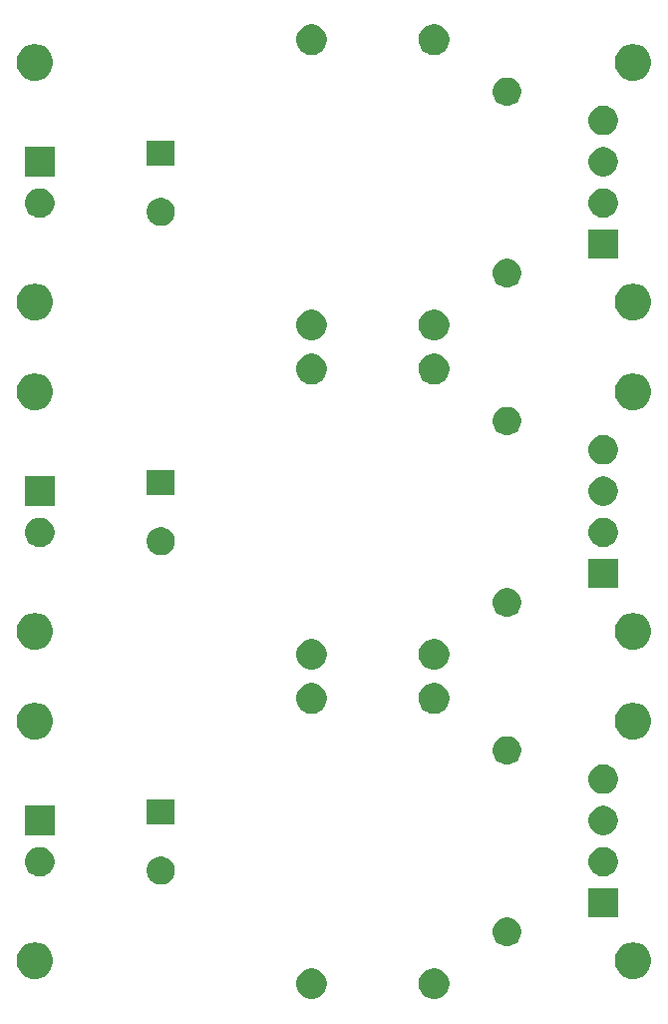
<source format=gbr>
G04 #@! TF.GenerationSoftware,KiCad,Pcbnew,5.1.5-52549c5~86~ubuntu18.04.1*
G04 #@! TF.CreationDate,2020-09-06T17:48:17-05:00*
G04 #@! TF.ProjectId,,58585858-5858-4585-9858-585858585858,rev?*
G04 #@! TF.SameCoordinates,Original*
G04 #@! TF.FileFunction,Soldermask,Bot*
G04 #@! TF.FilePolarity,Negative*
%FSLAX46Y46*%
G04 Gerber Fmt 4.6, Leading zero omitted, Abs format (unit mm)*
G04 Created by KiCad (PCBNEW 5.1.5-52549c5~86~ubuntu18.04.1) date 2020-09-06 17:48:17*
%MOMM*%
%LPD*%
G04 APERTURE LIST*
%ADD10C,0.100000*%
G04 APERTURE END LIST*
D10*
G36*
X140638193Y-117082904D02*
G01*
X140874901Y-117180952D01*
X140874903Y-117180953D01*
X141087935Y-117323296D01*
X141269104Y-117504465D01*
X141411447Y-117717497D01*
X141411448Y-117717499D01*
X141509496Y-117954207D01*
X141559480Y-118205493D01*
X141559480Y-118461707D01*
X141509496Y-118712993D01*
X141411448Y-118949701D01*
X141411447Y-118949703D01*
X141269104Y-119162735D01*
X141087935Y-119343904D01*
X140874903Y-119486247D01*
X140874902Y-119486248D01*
X140874901Y-119486248D01*
X140638193Y-119584296D01*
X140386907Y-119634280D01*
X140130693Y-119634280D01*
X139879407Y-119584296D01*
X139642699Y-119486248D01*
X139642698Y-119486248D01*
X139642697Y-119486247D01*
X139429665Y-119343904D01*
X139248496Y-119162735D01*
X139106153Y-118949703D01*
X139106152Y-118949701D01*
X139008104Y-118712993D01*
X138958120Y-118461707D01*
X138958120Y-118205493D01*
X139008104Y-117954207D01*
X139106152Y-117717499D01*
X139106153Y-117717497D01*
X139248496Y-117504465D01*
X139429665Y-117323296D01*
X139642697Y-117180953D01*
X139642699Y-117180952D01*
X139879407Y-117082904D01*
X140130693Y-117032920D01*
X140386907Y-117032920D01*
X140638193Y-117082904D01*
G37*
G36*
X130249593Y-117082904D02*
G01*
X130486301Y-117180952D01*
X130486303Y-117180953D01*
X130699335Y-117323296D01*
X130880504Y-117504465D01*
X131022847Y-117717497D01*
X131022848Y-117717499D01*
X131120896Y-117954207D01*
X131170880Y-118205493D01*
X131170880Y-118461707D01*
X131120896Y-118712993D01*
X131022848Y-118949701D01*
X131022847Y-118949703D01*
X130880504Y-119162735D01*
X130699335Y-119343904D01*
X130486303Y-119486247D01*
X130486302Y-119486248D01*
X130486301Y-119486248D01*
X130249593Y-119584296D01*
X129998307Y-119634280D01*
X129742093Y-119634280D01*
X129490807Y-119584296D01*
X129254099Y-119486248D01*
X129254098Y-119486248D01*
X129254097Y-119486247D01*
X129041065Y-119343904D01*
X128859896Y-119162735D01*
X128717553Y-118949703D01*
X128717552Y-118949701D01*
X128619504Y-118712993D01*
X128569520Y-118461707D01*
X128569520Y-118205493D01*
X128619504Y-117954207D01*
X128717552Y-117717499D01*
X128717553Y-117717497D01*
X128859896Y-117504465D01*
X129041065Y-117323296D01*
X129254097Y-117180953D01*
X129254099Y-117180952D01*
X129490807Y-117082904D01*
X129742093Y-117032920D01*
X129998307Y-117032920D01*
X130249593Y-117082904D01*
G37*
G36*
X106632803Y-114865878D02*
G01*
X106812410Y-114901604D01*
X107094674Y-115018521D01*
X107348705Y-115188259D01*
X107564741Y-115404295D01*
X107734479Y-115658326D01*
X107851396Y-115940590D01*
X107911000Y-116240240D01*
X107911000Y-116545760D01*
X107851396Y-116845410D01*
X107734479Y-117127674D01*
X107564741Y-117381705D01*
X107348705Y-117597741D01*
X107094674Y-117767479D01*
X106812410Y-117884396D01*
X106662585Y-117914198D01*
X106512761Y-117944000D01*
X106207239Y-117944000D01*
X106057415Y-117914198D01*
X105907590Y-117884396D01*
X105625326Y-117767479D01*
X105371295Y-117597741D01*
X105155259Y-117381705D01*
X104985521Y-117127674D01*
X104868604Y-116845410D01*
X104809000Y-116545760D01*
X104809000Y-116240240D01*
X104868604Y-115940590D01*
X104985521Y-115658326D01*
X105155259Y-115404295D01*
X105371295Y-115188259D01*
X105625326Y-115018521D01*
X105907590Y-114901604D01*
X106087197Y-114865878D01*
X106207239Y-114842000D01*
X106512761Y-114842000D01*
X106632803Y-114865878D01*
G37*
G36*
X157432803Y-114865878D02*
G01*
X157612410Y-114901604D01*
X157894674Y-115018521D01*
X158148705Y-115188259D01*
X158364741Y-115404295D01*
X158534479Y-115658326D01*
X158651396Y-115940590D01*
X158711000Y-116240240D01*
X158711000Y-116545760D01*
X158651396Y-116845410D01*
X158534479Y-117127674D01*
X158364741Y-117381705D01*
X158148705Y-117597741D01*
X157894674Y-117767479D01*
X157612410Y-117884396D01*
X157462585Y-117914198D01*
X157312761Y-117944000D01*
X157007239Y-117944000D01*
X156857415Y-117914198D01*
X156707590Y-117884396D01*
X156425326Y-117767479D01*
X156171295Y-117597741D01*
X155955259Y-117381705D01*
X155785521Y-117127674D01*
X155668604Y-116845410D01*
X155609000Y-116545760D01*
X155609000Y-116240240D01*
X155668604Y-115940590D01*
X155785521Y-115658326D01*
X155955259Y-115404295D01*
X156171295Y-115188259D01*
X156425326Y-115018521D01*
X156707590Y-114901604D01*
X156887197Y-114865878D01*
X157007239Y-114842000D01*
X157312761Y-114842000D01*
X157432803Y-114865878D01*
G37*
G36*
X146810318Y-112778153D02*
G01*
X147028885Y-112868687D01*
X147028887Y-112868688D01*
X147225593Y-113000122D01*
X147392878Y-113167407D01*
X147524312Y-113364113D01*
X147524313Y-113364115D01*
X147614847Y-113582682D01*
X147661000Y-113814710D01*
X147661000Y-114051290D01*
X147614847Y-114283318D01*
X147524313Y-114501885D01*
X147524312Y-114501887D01*
X147392878Y-114698593D01*
X147225593Y-114865878D01*
X147028887Y-114997312D01*
X147028886Y-114997313D01*
X147028885Y-114997313D01*
X146810318Y-115087847D01*
X146578290Y-115134000D01*
X146341710Y-115134000D01*
X146109682Y-115087847D01*
X145891115Y-114997313D01*
X145891114Y-114997313D01*
X145891113Y-114997312D01*
X145694407Y-114865878D01*
X145527122Y-114698593D01*
X145395688Y-114501887D01*
X145395687Y-114501885D01*
X145305153Y-114283318D01*
X145259000Y-114051290D01*
X145259000Y-113814710D01*
X145305153Y-113582682D01*
X145395687Y-113364115D01*
X145395688Y-113364113D01*
X145527122Y-113167407D01*
X145694407Y-113000122D01*
X145891113Y-112868688D01*
X145891115Y-112868687D01*
X146109682Y-112778153D01*
X146341710Y-112732000D01*
X146578290Y-112732000D01*
X146810318Y-112778153D01*
G37*
G36*
X155886200Y-112734000D02*
G01*
X153384200Y-112734000D01*
X153384200Y-110232000D01*
X155886200Y-110232000D01*
X155886200Y-112734000D01*
G37*
G36*
X117410318Y-107578153D02*
G01*
X117628885Y-107668687D01*
X117628887Y-107668688D01*
X117825593Y-107800122D01*
X117992878Y-107967407D01*
X118085625Y-108106214D01*
X118124313Y-108164115D01*
X118214847Y-108382682D01*
X118261000Y-108614710D01*
X118261000Y-108851290D01*
X118214847Y-109083318D01*
X118152432Y-109234000D01*
X118124312Y-109301887D01*
X117992878Y-109498593D01*
X117825593Y-109665878D01*
X117628887Y-109797312D01*
X117628886Y-109797313D01*
X117628885Y-109797313D01*
X117410318Y-109887847D01*
X117178290Y-109934000D01*
X116941710Y-109934000D01*
X116709682Y-109887847D01*
X116491115Y-109797313D01*
X116491114Y-109797313D01*
X116491113Y-109797312D01*
X116294407Y-109665878D01*
X116127122Y-109498593D01*
X115995688Y-109301887D01*
X115967568Y-109234000D01*
X115905153Y-109083318D01*
X115859000Y-108851290D01*
X115859000Y-108614710D01*
X115905153Y-108382682D01*
X115995687Y-108164115D01*
X116034375Y-108106214D01*
X116127122Y-107967407D01*
X116294407Y-107800122D01*
X116491113Y-107668688D01*
X116491115Y-107668687D01*
X116709682Y-107578153D01*
X116941710Y-107532000D01*
X117178290Y-107532000D01*
X117410318Y-107578153D01*
G37*
G36*
X155000103Y-106780075D02*
G01*
X155227771Y-106874378D01*
X155432666Y-107011285D01*
X155606915Y-107185534D01*
X155743822Y-107390429D01*
X155838125Y-107618097D01*
X155886200Y-107859787D01*
X155886200Y-108106213D01*
X155838125Y-108347903D01*
X155743822Y-108575571D01*
X155606915Y-108780466D01*
X155432666Y-108954715D01*
X155227771Y-109091622D01*
X155227770Y-109091623D01*
X155227769Y-109091623D01*
X155000103Y-109185925D01*
X154758414Y-109234000D01*
X154511986Y-109234000D01*
X154270297Y-109185925D01*
X154042631Y-109091623D01*
X154042630Y-109091623D01*
X154042629Y-109091622D01*
X153837734Y-108954715D01*
X153663485Y-108780466D01*
X153526578Y-108575571D01*
X153432275Y-108347903D01*
X153384200Y-108106213D01*
X153384200Y-107859787D01*
X153432275Y-107618097D01*
X153526578Y-107390429D01*
X153663485Y-107185534D01*
X153837734Y-107011285D01*
X154042629Y-106874378D01*
X154270297Y-106780075D01*
X154511986Y-106732000D01*
X154758414Y-106732000D01*
X155000103Y-106780075D01*
G37*
G36*
X107146503Y-106780075D02*
G01*
X107374171Y-106874378D01*
X107579066Y-107011285D01*
X107753315Y-107185534D01*
X107890222Y-107390429D01*
X107984525Y-107618097D01*
X108032600Y-107859787D01*
X108032600Y-108106213D01*
X107984525Y-108347903D01*
X107890222Y-108575571D01*
X107753315Y-108780466D01*
X107579066Y-108954715D01*
X107374171Y-109091622D01*
X107374170Y-109091623D01*
X107374169Y-109091623D01*
X107146503Y-109185925D01*
X106904814Y-109234000D01*
X106658386Y-109234000D01*
X106416697Y-109185925D01*
X106189031Y-109091623D01*
X106189030Y-109091623D01*
X106189029Y-109091622D01*
X105984134Y-108954715D01*
X105809885Y-108780466D01*
X105672978Y-108575571D01*
X105578675Y-108347903D01*
X105530600Y-108106213D01*
X105530600Y-107859787D01*
X105578675Y-107618097D01*
X105672978Y-107390429D01*
X105809885Y-107185534D01*
X105984134Y-107011285D01*
X106189029Y-106874378D01*
X106416697Y-106780075D01*
X106658386Y-106732000D01*
X106904814Y-106732000D01*
X107146503Y-106780075D01*
G37*
G36*
X155000103Y-103280075D02*
G01*
X155227771Y-103374378D01*
X155432666Y-103511285D01*
X155606915Y-103685534D01*
X155743822Y-103890429D01*
X155838125Y-104118097D01*
X155886200Y-104359787D01*
X155886200Y-104606213D01*
X155838125Y-104847903D01*
X155743822Y-105075571D01*
X155606915Y-105280466D01*
X155432666Y-105454715D01*
X155227771Y-105591622D01*
X155227770Y-105591623D01*
X155227769Y-105591623D01*
X155000103Y-105685925D01*
X154758414Y-105734000D01*
X154511986Y-105734000D01*
X154270297Y-105685925D01*
X154042631Y-105591623D01*
X154042630Y-105591623D01*
X154042629Y-105591622D01*
X153837734Y-105454715D01*
X153663485Y-105280466D01*
X153526578Y-105075571D01*
X153432275Y-104847903D01*
X153384200Y-104606213D01*
X153384200Y-104359787D01*
X153432275Y-104118097D01*
X153526578Y-103890429D01*
X153663485Y-103685534D01*
X153837734Y-103511285D01*
X154042629Y-103374378D01*
X154270297Y-103280075D01*
X154511986Y-103232000D01*
X154758414Y-103232000D01*
X155000103Y-103280075D01*
G37*
G36*
X108032600Y-105734000D02*
G01*
X105530600Y-105734000D01*
X105530600Y-103232000D01*
X108032600Y-103232000D01*
X108032600Y-105734000D01*
G37*
G36*
X118261000Y-104784000D02*
G01*
X115859000Y-104784000D01*
X115859000Y-102682000D01*
X118261000Y-102682000D01*
X118261000Y-104784000D01*
G37*
G36*
X155000103Y-99780075D02*
G01*
X155227771Y-99874378D01*
X155432666Y-100011285D01*
X155606915Y-100185534D01*
X155743822Y-100390429D01*
X155838125Y-100618097D01*
X155886200Y-100859787D01*
X155886200Y-101106213D01*
X155838125Y-101347903D01*
X155743822Y-101575571D01*
X155606915Y-101780466D01*
X155432666Y-101954715D01*
X155227771Y-102091622D01*
X155227770Y-102091623D01*
X155227769Y-102091623D01*
X155000103Y-102185925D01*
X154758414Y-102234000D01*
X154511986Y-102234000D01*
X154270297Y-102185925D01*
X154042631Y-102091623D01*
X154042630Y-102091623D01*
X154042629Y-102091622D01*
X153837734Y-101954715D01*
X153663485Y-101780466D01*
X153526578Y-101575571D01*
X153432275Y-101347903D01*
X153384200Y-101106213D01*
X153384200Y-100859787D01*
X153432275Y-100618097D01*
X153526578Y-100390429D01*
X153663485Y-100185534D01*
X153837734Y-100011285D01*
X154042629Y-99874378D01*
X154270297Y-99780075D01*
X154511986Y-99732000D01*
X154758414Y-99732000D01*
X155000103Y-99780075D01*
G37*
G36*
X146810318Y-97378153D02*
G01*
X147028885Y-97468687D01*
X147028887Y-97468688D01*
X147225593Y-97600122D01*
X147392878Y-97767407D01*
X147524312Y-97964113D01*
X147524313Y-97964115D01*
X147614847Y-98182682D01*
X147661000Y-98414710D01*
X147661000Y-98651290D01*
X147614847Y-98883318D01*
X147524313Y-99101885D01*
X147524312Y-99101887D01*
X147392878Y-99298593D01*
X147225593Y-99465878D01*
X147028887Y-99597312D01*
X147028886Y-99597313D01*
X147028885Y-99597313D01*
X146810318Y-99687847D01*
X146578290Y-99734000D01*
X146341710Y-99734000D01*
X146109682Y-99687847D01*
X145891115Y-99597313D01*
X145891114Y-99597313D01*
X145891113Y-99597312D01*
X145694407Y-99465878D01*
X145527122Y-99298593D01*
X145395688Y-99101887D01*
X145395687Y-99101885D01*
X145305153Y-98883318D01*
X145259000Y-98651290D01*
X145259000Y-98414710D01*
X145305153Y-98182682D01*
X145395687Y-97964115D01*
X145395688Y-97964113D01*
X145527122Y-97767407D01*
X145694407Y-97600122D01*
X145891113Y-97468688D01*
X145891115Y-97468687D01*
X146109682Y-97378153D01*
X146341710Y-97332000D01*
X146578290Y-97332000D01*
X146810318Y-97378153D01*
G37*
G36*
X157462585Y-94551802D02*
G01*
X157612410Y-94581604D01*
X157894674Y-94698521D01*
X158148705Y-94868259D01*
X158364741Y-95084295D01*
X158534479Y-95338326D01*
X158651396Y-95620590D01*
X158711000Y-95920240D01*
X158711000Y-96225760D01*
X158651396Y-96525410D01*
X158534479Y-96807674D01*
X158364741Y-97061705D01*
X158148705Y-97277741D01*
X157894674Y-97447479D01*
X157612410Y-97564396D01*
X157462585Y-97594198D01*
X157312761Y-97624000D01*
X157007239Y-97624000D01*
X156857415Y-97594198D01*
X156707590Y-97564396D01*
X156425326Y-97447479D01*
X156171295Y-97277741D01*
X155955259Y-97061705D01*
X155785521Y-96807674D01*
X155668604Y-96525410D01*
X155609000Y-96225760D01*
X155609000Y-95920240D01*
X155668604Y-95620590D01*
X155785521Y-95338326D01*
X155955259Y-95084295D01*
X156171295Y-94868259D01*
X156425326Y-94698521D01*
X156707590Y-94581604D01*
X156857415Y-94551802D01*
X157007239Y-94522000D01*
X157312761Y-94522000D01*
X157462585Y-94551802D01*
G37*
G36*
X106662585Y-94551802D02*
G01*
X106812410Y-94581604D01*
X107094674Y-94698521D01*
X107348705Y-94868259D01*
X107564741Y-95084295D01*
X107734479Y-95338326D01*
X107851396Y-95620590D01*
X107911000Y-95920240D01*
X107911000Y-96225760D01*
X107851396Y-96525410D01*
X107734479Y-96807674D01*
X107564741Y-97061705D01*
X107348705Y-97277741D01*
X107094674Y-97447479D01*
X106812410Y-97564396D01*
X106662585Y-97594198D01*
X106512761Y-97624000D01*
X106207239Y-97624000D01*
X106057415Y-97594198D01*
X105907590Y-97564396D01*
X105625326Y-97447479D01*
X105371295Y-97277741D01*
X105155259Y-97061705D01*
X104985521Y-96807674D01*
X104868604Y-96525410D01*
X104809000Y-96225760D01*
X104809000Y-95920240D01*
X104868604Y-95620590D01*
X104985521Y-95338326D01*
X105155259Y-95084295D01*
X105371295Y-94868259D01*
X105625326Y-94698521D01*
X105907590Y-94581604D01*
X106057415Y-94551802D01*
X106207239Y-94522000D01*
X106512761Y-94522000D01*
X106662585Y-94551802D01*
G37*
G36*
X140638193Y-92881704D02*
G01*
X140874901Y-92979752D01*
X140874903Y-92979753D01*
X141087935Y-93122096D01*
X141269104Y-93303265D01*
X141411447Y-93516297D01*
X141411448Y-93516299D01*
X141509496Y-93753007D01*
X141559480Y-94004293D01*
X141559480Y-94260507D01*
X141509496Y-94511793D01*
X141505268Y-94522000D01*
X141411447Y-94748503D01*
X141269104Y-94961535D01*
X141087935Y-95142704D01*
X140874903Y-95285047D01*
X140874902Y-95285048D01*
X140874901Y-95285048D01*
X140638193Y-95383096D01*
X140386907Y-95433080D01*
X140130693Y-95433080D01*
X139879407Y-95383096D01*
X139642699Y-95285048D01*
X139642698Y-95285048D01*
X139642697Y-95285047D01*
X139429665Y-95142704D01*
X139248496Y-94961535D01*
X139106153Y-94748503D01*
X139012332Y-94522000D01*
X139008104Y-94511793D01*
X138958120Y-94260507D01*
X138958120Y-94004293D01*
X139008104Y-93753007D01*
X139106152Y-93516299D01*
X139106153Y-93516297D01*
X139248496Y-93303265D01*
X139429665Y-93122096D01*
X139642697Y-92979753D01*
X139642699Y-92979752D01*
X139879407Y-92881704D01*
X140130693Y-92831720D01*
X140386907Y-92831720D01*
X140638193Y-92881704D01*
G37*
G36*
X130249593Y-92881704D02*
G01*
X130486301Y-92979752D01*
X130486303Y-92979753D01*
X130699335Y-93122096D01*
X130880504Y-93303265D01*
X131022847Y-93516297D01*
X131022848Y-93516299D01*
X131120896Y-93753007D01*
X131170880Y-94004293D01*
X131170880Y-94260507D01*
X131120896Y-94511793D01*
X131116668Y-94522000D01*
X131022847Y-94748503D01*
X130880504Y-94961535D01*
X130699335Y-95142704D01*
X130486303Y-95285047D01*
X130486302Y-95285048D01*
X130486301Y-95285048D01*
X130249593Y-95383096D01*
X129998307Y-95433080D01*
X129742093Y-95433080D01*
X129490807Y-95383096D01*
X129254099Y-95285048D01*
X129254098Y-95285048D01*
X129254097Y-95285047D01*
X129041065Y-95142704D01*
X128859896Y-94961535D01*
X128717553Y-94748503D01*
X128623732Y-94522000D01*
X128619504Y-94511793D01*
X128569520Y-94260507D01*
X128569520Y-94004293D01*
X128619504Y-93753007D01*
X128717552Y-93516299D01*
X128717553Y-93516297D01*
X128859896Y-93303265D01*
X129041065Y-93122096D01*
X129254097Y-92979753D01*
X129254099Y-92979752D01*
X129490807Y-92881704D01*
X129742093Y-92831720D01*
X129998307Y-92831720D01*
X130249593Y-92881704D01*
G37*
G36*
X140638193Y-89142904D02*
G01*
X140874901Y-89240952D01*
X140874903Y-89240953D01*
X141087935Y-89383296D01*
X141269104Y-89564465D01*
X141411447Y-89777497D01*
X141411448Y-89777499D01*
X141509496Y-90014207D01*
X141559480Y-90265493D01*
X141559480Y-90521707D01*
X141509496Y-90772993D01*
X141411448Y-91009701D01*
X141411447Y-91009703D01*
X141269104Y-91222735D01*
X141087935Y-91403904D01*
X140874903Y-91546247D01*
X140874902Y-91546248D01*
X140874901Y-91546248D01*
X140638193Y-91644296D01*
X140386907Y-91694280D01*
X140130693Y-91694280D01*
X139879407Y-91644296D01*
X139642699Y-91546248D01*
X139642698Y-91546248D01*
X139642697Y-91546247D01*
X139429665Y-91403904D01*
X139248496Y-91222735D01*
X139106153Y-91009703D01*
X139106152Y-91009701D01*
X139008104Y-90772993D01*
X138958120Y-90521707D01*
X138958120Y-90265493D01*
X139008104Y-90014207D01*
X139106152Y-89777499D01*
X139106153Y-89777497D01*
X139248496Y-89564465D01*
X139429665Y-89383296D01*
X139642697Y-89240953D01*
X139642699Y-89240952D01*
X139879407Y-89142904D01*
X140130693Y-89092920D01*
X140386907Y-89092920D01*
X140638193Y-89142904D01*
G37*
G36*
X130249593Y-89142904D02*
G01*
X130486301Y-89240952D01*
X130486303Y-89240953D01*
X130699335Y-89383296D01*
X130880504Y-89564465D01*
X131022847Y-89777497D01*
X131022848Y-89777499D01*
X131120896Y-90014207D01*
X131170880Y-90265493D01*
X131170880Y-90521707D01*
X131120896Y-90772993D01*
X131022848Y-91009701D01*
X131022847Y-91009703D01*
X130880504Y-91222735D01*
X130699335Y-91403904D01*
X130486303Y-91546247D01*
X130486302Y-91546248D01*
X130486301Y-91546248D01*
X130249593Y-91644296D01*
X129998307Y-91694280D01*
X129742093Y-91694280D01*
X129490807Y-91644296D01*
X129254099Y-91546248D01*
X129254098Y-91546248D01*
X129254097Y-91546247D01*
X129041065Y-91403904D01*
X128859896Y-91222735D01*
X128717553Y-91009703D01*
X128717552Y-91009701D01*
X128619504Y-90772993D01*
X128569520Y-90521707D01*
X128569520Y-90265493D01*
X128619504Y-90014207D01*
X128717552Y-89777499D01*
X128717553Y-89777497D01*
X128859896Y-89564465D01*
X129041065Y-89383296D01*
X129254097Y-89240953D01*
X129254099Y-89240952D01*
X129490807Y-89142904D01*
X129742093Y-89092920D01*
X129998307Y-89092920D01*
X130249593Y-89142904D01*
G37*
G36*
X106632803Y-86925878D02*
G01*
X106812410Y-86961604D01*
X107094674Y-87078521D01*
X107348705Y-87248259D01*
X107564741Y-87464295D01*
X107734479Y-87718326D01*
X107851396Y-88000590D01*
X107911000Y-88300240D01*
X107911000Y-88605760D01*
X107851396Y-88905410D01*
X107734479Y-89187674D01*
X107564741Y-89441705D01*
X107348705Y-89657741D01*
X107094674Y-89827479D01*
X106812410Y-89944396D01*
X106662585Y-89974198D01*
X106512761Y-90004000D01*
X106207239Y-90004000D01*
X106057415Y-89974198D01*
X105907590Y-89944396D01*
X105625326Y-89827479D01*
X105371295Y-89657741D01*
X105155259Y-89441705D01*
X104985521Y-89187674D01*
X104868604Y-88905410D01*
X104809000Y-88605760D01*
X104809000Y-88300240D01*
X104868604Y-88000590D01*
X104985521Y-87718326D01*
X105155259Y-87464295D01*
X105371295Y-87248259D01*
X105625326Y-87078521D01*
X105907590Y-86961604D01*
X106087197Y-86925878D01*
X106207239Y-86902000D01*
X106512761Y-86902000D01*
X106632803Y-86925878D01*
G37*
G36*
X157432803Y-86925878D02*
G01*
X157612410Y-86961604D01*
X157894674Y-87078521D01*
X158148705Y-87248259D01*
X158364741Y-87464295D01*
X158534479Y-87718326D01*
X158651396Y-88000590D01*
X158711000Y-88300240D01*
X158711000Y-88605760D01*
X158651396Y-88905410D01*
X158534479Y-89187674D01*
X158364741Y-89441705D01*
X158148705Y-89657741D01*
X157894674Y-89827479D01*
X157612410Y-89944396D01*
X157462585Y-89974198D01*
X157312761Y-90004000D01*
X157007239Y-90004000D01*
X156857415Y-89974198D01*
X156707590Y-89944396D01*
X156425326Y-89827479D01*
X156171295Y-89657741D01*
X155955259Y-89441705D01*
X155785521Y-89187674D01*
X155668604Y-88905410D01*
X155609000Y-88605760D01*
X155609000Y-88300240D01*
X155668604Y-88000590D01*
X155785521Y-87718326D01*
X155955259Y-87464295D01*
X156171295Y-87248259D01*
X156425326Y-87078521D01*
X156707590Y-86961604D01*
X156887197Y-86925878D01*
X157007239Y-86902000D01*
X157312761Y-86902000D01*
X157432803Y-86925878D01*
G37*
G36*
X146810318Y-84838153D02*
G01*
X147028885Y-84928687D01*
X147028887Y-84928688D01*
X147225593Y-85060122D01*
X147392878Y-85227407D01*
X147524312Y-85424113D01*
X147524313Y-85424115D01*
X147614847Y-85642682D01*
X147661000Y-85874710D01*
X147661000Y-86111290D01*
X147614847Y-86343318D01*
X147524313Y-86561885D01*
X147524312Y-86561887D01*
X147392878Y-86758593D01*
X147225593Y-86925878D01*
X147028887Y-87057312D01*
X147028886Y-87057313D01*
X147028885Y-87057313D01*
X146810318Y-87147847D01*
X146578290Y-87194000D01*
X146341710Y-87194000D01*
X146109682Y-87147847D01*
X145891115Y-87057313D01*
X145891114Y-87057313D01*
X145891113Y-87057312D01*
X145694407Y-86925878D01*
X145527122Y-86758593D01*
X145395688Y-86561887D01*
X145395687Y-86561885D01*
X145305153Y-86343318D01*
X145259000Y-86111290D01*
X145259000Y-85874710D01*
X145305153Y-85642682D01*
X145395687Y-85424115D01*
X145395688Y-85424113D01*
X145527122Y-85227407D01*
X145694407Y-85060122D01*
X145891113Y-84928688D01*
X145891115Y-84928687D01*
X146109682Y-84838153D01*
X146341710Y-84792000D01*
X146578290Y-84792000D01*
X146810318Y-84838153D01*
G37*
G36*
X155886200Y-84794000D02*
G01*
X153384200Y-84794000D01*
X153384200Y-82292000D01*
X155886200Y-82292000D01*
X155886200Y-84794000D01*
G37*
G36*
X117410318Y-79638153D02*
G01*
X117628885Y-79728687D01*
X117628887Y-79728688D01*
X117825593Y-79860122D01*
X117992878Y-80027407D01*
X118085625Y-80166214D01*
X118124313Y-80224115D01*
X118214847Y-80442682D01*
X118261000Y-80674710D01*
X118261000Y-80911290D01*
X118214847Y-81143318D01*
X118152432Y-81294000D01*
X118124312Y-81361887D01*
X117992878Y-81558593D01*
X117825593Y-81725878D01*
X117628887Y-81857312D01*
X117628886Y-81857313D01*
X117628885Y-81857313D01*
X117410318Y-81947847D01*
X117178290Y-81994000D01*
X116941710Y-81994000D01*
X116709682Y-81947847D01*
X116491115Y-81857313D01*
X116491114Y-81857313D01*
X116491113Y-81857312D01*
X116294407Y-81725878D01*
X116127122Y-81558593D01*
X115995688Y-81361887D01*
X115967568Y-81294000D01*
X115905153Y-81143318D01*
X115859000Y-80911290D01*
X115859000Y-80674710D01*
X115905153Y-80442682D01*
X115995687Y-80224115D01*
X116034375Y-80166214D01*
X116127122Y-80027407D01*
X116294407Y-79860122D01*
X116491113Y-79728688D01*
X116491115Y-79728687D01*
X116709682Y-79638153D01*
X116941710Y-79592000D01*
X117178290Y-79592000D01*
X117410318Y-79638153D01*
G37*
G36*
X155000103Y-78840075D02*
G01*
X155227771Y-78934378D01*
X155432666Y-79071285D01*
X155606915Y-79245534D01*
X155743822Y-79450429D01*
X155838125Y-79678097D01*
X155886200Y-79919787D01*
X155886200Y-80166213D01*
X155838125Y-80407903D01*
X155743822Y-80635571D01*
X155606915Y-80840466D01*
X155432666Y-81014715D01*
X155227771Y-81151622D01*
X155227770Y-81151623D01*
X155227769Y-81151623D01*
X155000103Y-81245925D01*
X154758414Y-81294000D01*
X154511986Y-81294000D01*
X154270297Y-81245925D01*
X154042631Y-81151623D01*
X154042630Y-81151623D01*
X154042629Y-81151622D01*
X153837734Y-81014715D01*
X153663485Y-80840466D01*
X153526578Y-80635571D01*
X153432275Y-80407903D01*
X153384200Y-80166213D01*
X153384200Y-79919787D01*
X153432275Y-79678097D01*
X153526578Y-79450429D01*
X153663485Y-79245534D01*
X153837734Y-79071285D01*
X154042629Y-78934378D01*
X154270297Y-78840075D01*
X154511986Y-78792000D01*
X154758414Y-78792000D01*
X155000103Y-78840075D01*
G37*
G36*
X107146503Y-78840075D02*
G01*
X107374171Y-78934378D01*
X107579066Y-79071285D01*
X107753315Y-79245534D01*
X107890222Y-79450429D01*
X107984525Y-79678097D01*
X108032600Y-79919787D01*
X108032600Y-80166213D01*
X107984525Y-80407903D01*
X107890222Y-80635571D01*
X107753315Y-80840466D01*
X107579066Y-81014715D01*
X107374171Y-81151622D01*
X107374170Y-81151623D01*
X107374169Y-81151623D01*
X107146503Y-81245925D01*
X106904814Y-81294000D01*
X106658386Y-81294000D01*
X106416697Y-81245925D01*
X106189031Y-81151623D01*
X106189030Y-81151623D01*
X106189029Y-81151622D01*
X105984134Y-81014715D01*
X105809885Y-80840466D01*
X105672978Y-80635571D01*
X105578675Y-80407903D01*
X105530600Y-80166213D01*
X105530600Y-79919787D01*
X105578675Y-79678097D01*
X105672978Y-79450429D01*
X105809885Y-79245534D01*
X105984134Y-79071285D01*
X106189029Y-78934378D01*
X106416697Y-78840075D01*
X106658386Y-78792000D01*
X106904814Y-78792000D01*
X107146503Y-78840075D01*
G37*
G36*
X155000103Y-75340075D02*
G01*
X155227771Y-75434378D01*
X155432666Y-75571285D01*
X155606915Y-75745534D01*
X155743822Y-75950429D01*
X155838125Y-76178097D01*
X155886200Y-76419787D01*
X155886200Y-76666213D01*
X155838125Y-76907903D01*
X155743822Y-77135571D01*
X155606915Y-77340466D01*
X155432666Y-77514715D01*
X155227771Y-77651622D01*
X155227770Y-77651623D01*
X155227769Y-77651623D01*
X155000103Y-77745925D01*
X154758414Y-77794000D01*
X154511986Y-77794000D01*
X154270297Y-77745925D01*
X154042631Y-77651623D01*
X154042630Y-77651623D01*
X154042629Y-77651622D01*
X153837734Y-77514715D01*
X153663485Y-77340466D01*
X153526578Y-77135571D01*
X153432275Y-76907903D01*
X153384200Y-76666213D01*
X153384200Y-76419787D01*
X153432275Y-76178097D01*
X153526578Y-75950429D01*
X153663485Y-75745534D01*
X153837734Y-75571285D01*
X154042629Y-75434378D01*
X154270297Y-75340075D01*
X154511986Y-75292000D01*
X154758414Y-75292000D01*
X155000103Y-75340075D01*
G37*
G36*
X108032600Y-77794000D02*
G01*
X105530600Y-77794000D01*
X105530600Y-75292000D01*
X108032600Y-75292000D01*
X108032600Y-77794000D01*
G37*
G36*
X118261000Y-76844000D02*
G01*
X115859000Y-76844000D01*
X115859000Y-74742000D01*
X118261000Y-74742000D01*
X118261000Y-76844000D01*
G37*
G36*
X155000103Y-71840075D02*
G01*
X155227771Y-71934378D01*
X155432666Y-72071285D01*
X155606915Y-72245534D01*
X155743822Y-72450429D01*
X155838125Y-72678097D01*
X155886200Y-72919787D01*
X155886200Y-73166213D01*
X155838125Y-73407903D01*
X155743822Y-73635571D01*
X155606915Y-73840466D01*
X155432666Y-74014715D01*
X155227771Y-74151622D01*
X155227770Y-74151623D01*
X155227769Y-74151623D01*
X155000103Y-74245925D01*
X154758414Y-74294000D01*
X154511986Y-74294000D01*
X154270297Y-74245925D01*
X154042631Y-74151623D01*
X154042630Y-74151623D01*
X154042629Y-74151622D01*
X153837734Y-74014715D01*
X153663485Y-73840466D01*
X153526578Y-73635571D01*
X153432275Y-73407903D01*
X153384200Y-73166213D01*
X153384200Y-72919787D01*
X153432275Y-72678097D01*
X153526578Y-72450429D01*
X153663485Y-72245534D01*
X153837734Y-72071285D01*
X154042629Y-71934378D01*
X154270297Y-71840075D01*
X154511986Y-71792000D01*
X154758414Y-71792000D01*
X155000103Y-71840075D01*
G37*
G36*
X146810318Y-69438153D02*
G01*
X147028885Y-69528687D01*
X147028887Y-69528688D01*
X147225593Y-69660122D01*
X147392878Y-69827407D01*
X147524312Y-70024113D01*
X147524313Y-70024115D01*
X147614847Y-70242682D01*
X147661000Y-70474710D01*
X147661000Y-70711290D01*
X147614847Y-70943318D01*
X147524313Y-71161885D01*
X147524312Y-71161887D01*
X147392878Y-71358593D01*
X147225593Y-71525878D01*
X147028887Y-71657312D01*
X147028886Y-71657313D01*
X147028885Y-71657313D01*
X146810318Y-71747847D01*
X146578290Y-71794000D01*
X146341710Y-71794000D01*
X146109682Y-71747847D01*
X145891115Y-71657313D01*
X145891114Y-71657313D01*
X145891113Y-71657312D01*
X145694407Y-71525878D01*
X145527122Y-71358593D01*
X145395688Y-71161887D01*
X145395687Y-71161885D01*
X145305153Y-70943318D01*
X145259000Y-70711290D01*
X145259000Y-70474710D01*
X145305153Y-70242682D01*
X145395687Y-70024115D01*
X145395688Y-70024113D01*
X145527122Y-69827407D01*
X145694407Y-69660122D01*
X145891113Y-69528688D01*
X145891115Y-69528687D01*
X146109682Y-69438153D01*
X146341710Y-69392000D01*
X146578290Y-69392000D01*
X146810318Y-69438153D01*
G37*
G36*
X106662585Y-66611802D02*
G01*
X106812410Y-66641604D01*
X107094674Y-66758521D01*
X107348705Y-66928259D01*
X107564741Y-67144295D01*
X107734479Y-67398326D01*
X107851396Y-67680590D01*
X107911000Y-67980240D01*
X107911000Y-68285760D01*
X107851396Y-68585410D01*
X107734479Y-68867674D01*
X107564741Y-69121705D01*
X107348705Y-69337741D01*
X107094674Y-69507479D01*
X106812410Y-69624396D01*
X106662585Y-69654198D01*
X106512761Y-69684000D01*
X106207239Y-69684000D01*
X106057415Y-69654198D01*
X105907590Y-69624396D01*
X105625326Y-69507479D01*
X105371295Y-69337741D01*
X105155259Y-69121705D01*
X104985521Y-68867674D01*
X104868604Y-68585410D01*
X104809000Y-68285760D01*
X104809000Y-67980240D01*
X104868604Y-67680590D01*
X104985521Y-67398326D01*
X105155259Y-67144295D01*
X105371295Y-66928259D01*
X105625326Y-66758521D01*
X105907590Y-66641604D01*
X106057415Y-66611802D01*
X106207239Y-66582000D01*
X106512761Y-66582000D01*
X106662585Y-66611802D01*
G37*
G36*
X157462585Y-66611802D02*
G01*
X157612410Y-66641604D01*
X157894674Y-66758521D01*
X158148705Y-66928259D01*
X158364741Y-67144295D01*
X158534479Y-67398326D01*
X158651396Y-67680590D01*
X158711000Y-67980240D01*
X158711000Y-68285760D01*
X158651396Y-68585410D01*
X158534479Y-68867674D01*
X158364741Y-69121705D01*
X158148705Y-69337741D01*
X157894674Y-69507479D01*
X157612410Y-69624396D01*
X157462585Y-69654198D01*
X157312761Y-69684000D01*
X157007239Y-69684000D01*
X156857415Y-69654198D01*
X156707590Y-69624396D01*
X156425326Y-69507479D01*
X156171295Y-69337741D01*
X155955259Y-69121705D01*
X155785521Y-68867674D01*
X155668604Y-68585410D01*
X155609000Y-68285760D01*
X155609000Y-67980240D01*
X155668604Y-67680590D01*
X155785521Y-67398326D01*
X155955259Y-67144295D01*
X156171295Y-66928259D01*
X156425326Y-66758521D01*
X156707590Y-66641604D01*
X156857415Y-66611802D01*
X157007239Y-66582000D01*
X157312761Y-66582000D01*
X157462585Y-66611802D01*
G37*
G36*
X140638193Y-64941704D02*
G01*
X140874901Y-65039752D01*
X140874903Y-65039753D01*
X141087935Y-65182096D01*
X141269104Y-65363265D01*
X141411447Y-65576297D01*
X141411448Y-65576299D01*
X141509496Y-65813007D01*
X141559480Y-66064293D01*
X141559480Y-66320507D01*
X141509496Y-66571793D01*
X141505268Y-66582000D01*
X141411447Y-66808503D01*
X141269104Y-67021535D01*
X141087935Y-67202704D01*
X140874903Y-67345047D01*
X140874902Y-67345048D01*
X140874901Y-67345048D01*
X140638193Y-67443096D01*
X140386907Y-67493080D01*
X140130693Y-67493080D01*
X139879407Y-67443096D01*
X139642699Y-67345048D01*
X139642698Y-67345048D01*
X139642697Y-67345047D01*
X139429665Y-67202704D01*
X139248496Y-67021535D01*
X139106153Y-66808503D01*
X139012332Y-66582000D01*
X139008104Y-66571793D01*
X138958120Y-66320507D01*
X138958120Y-66064293D01*
X139008104Y-65813007D01*
X139106152Y-65576299D01*
X139106153Y-65576297D01*
X139248496Y-65363265D01*
X139429665Y-65182096D01*
X139642697Y-65039753D01*
X139642699Y-65039752D01*
X139879407Y-64941704D01*
X140130693Y-64891720D01*
X140386907Y-64891720D01*
X140638193Y-64941704D01*
G37*
G36*
X130249593Y-64941704D02*
G01*
X130486301Y-65039752D01*
X130486303Y-65039753D01*
X130699335Y-65182096D01*
X130880504Y-65363265D01*
X131022847Y-65576297D01*
X131022848Y-65576299D01*
X131120896Y-65813007D01*
X131170880Y-66064293D01*
X131170880Y-66320507D01*
X131120896Y-66571793D01*
X131116668Y-66582000D01*
X131022847Y-66808503D01*
X130880504Y-67021535D01*
X130699335Y-67202704D01*
X130486303Y-67345047D01*
X130486302Y-67345048D01*
X130486301Y-67345048D01*
X130249593Y-67443096D01*
X129998307Y-67493080D01*
X129742093Y-67493080D01*
X129490807Y-67443096D01*
X129254099Y-67345048D01*
X129254098Y-67345048D01*
X129254097Y-67345047D01*
X129041065Y-67202704D01*
X128859896Y-67021535D01*
X128717553Y-66808503D01*
X128623732Y-66582000D01*
X128619504Y-66571793D01*
X128569520Y-66320507D01*
X128569520Y-66064293D01*
X128619504Y-65813007D01*
X128717552Y-65576299D01*
X128717553Y-65576297D01*
X128859896Y-65363265D01*
X129041065Y-65182096D01*
X129254097Y-65039753D01*
X129254099Y-65039752D01*
X129490807Y-64941704D01*
X129742093Y-64891720D01*
X129998307Y-64891720D01*
X130249593Y-64941704D01*
G37*
G36*
X130249593Y-61202904D02*
G01*
X130486301Y-61300952D01*
X130486303Y-61300953D01*
X130699335Y-61443296D01*
X130880504Y-61624465D01*
X131022847Y-61837497D01*
X131022848Y-61837499D01*
X131120896Y-62074207D01*
X131170880Y-62325493D01*
X131170880Y-62581707D01*
X131120896Y-62832993D01*
X131022848Y-63069701D01*
X131022847Y-63069703D01*
X130880504Y-63282735D01*
X130699335Y-63463904D01*
X130486303Y-63606247D01*
X130486302Y-63606248D01*
X130486301Y-63606248D01*
X130249593Y-63704296D01*
X129998307Y-63754280D01*
X129742093Y-63754280D01*
X129490807Y-63704296D01*
X129254099Y-63606248D01*
X129254098Y-63606248D01*
X129254097Y-63606247D01*
X129041065Y-63463904D01*
X128859896Y-63282735D01*
X128717553Y-63069703D01*
X128717552Y-63069701D01*
X128619504Y-62832993D01*
X128569520Y-62581707D01*
X128569520Y-62325493D01*
X128619504Y-62074207D01*
X128717552Y-61837499D01*
X128717553Y-61837497D01*
X128859896Y-61624465D01*
X129041065Y-61443296D01*
X129254097Y-61300953D01*
X129254099Y-61300952D01*
X129490807Y-61202904D01*
X129742093Y-61152920D01*
X129998307Y-61152920D01*
X130249593Y-61202904D01*
G37*
G36*
X140638193Y-61202904D02*
G01*
X140874901Y-61300952D01*
X140874903Y-61300953D01*
X141087935Y-61443296D01*
X141269104Y-61624465D01*
X141411447Y-61837497D01*
X141411448Y-61837499D01*
X141509496Y-62074207D01*
X141559480Y-62325493D01*
X141559480Y-62581707D01*
X141509496Y-62832993D01*
X141411448Y-63069701D01*
X141411447Y-63069703D01*
X141269104Y-63282735D01*
X141087935Y-63463904D01*
X140874903Y-63606247D01*
X140874902Y-63606248D01*
X140874901Y-63606248D01*
X140638193Y-63704296D01*
X140386907Y-63754280D01*
X140130693Y-63754280D01*
X139879407Y-63704296D01*
X139642699Y-63606248D01*
X139642698Y-63606248D01*
X139642697Y-63606247D01*
X139429665Y-63463904D01*
X139248496Y-63282735D01*
X139106153Y-63069703D01*
X139106152Y-63069701D01*
X139008104Y-62832993D01*
X138958120Y-62581707D01*
X138958120Y-62325493D01*
X139008104Y-62074207D01*
X139106152Y-61837499D01*
X139106153Y-61837497D01*
X139248496Y-61624465D01*
X139429665Y-61443296D01*
X139642697Y-61300953D01*
X139642699Y-61300952D01*
X139879407Y-61202904D01*
X140130693Y-61152920D01*
X140386907Y-61152920D01*
X140638193Y-61202904D01*
G37*
G36*
X157432803Y-58985878D02*
G01*
X157612410Y-59021604D01*
X157894674Y-59138521D01*
X158148705Y-59308259D01*
X158364741Y-59524295D01*
X158534479Y-59778326D01*
X158651396Y-60060590D01*
X158711000Y-60360240D01*
X158711000Y-60665760D01*
X158651396Y-60965410D01*
X158534479Y-61247674D01*
X158364741Y-61501705D01*
X158148705Y-61717741D01*
X157894674Y-61887479D01*
X157612410Y-62004396D01*
X157462585Y-62034198D01*
X157312761Y-62064000D01*
X157007239Y-62064000D01*
X156857415Y-62034198D01*
X156707590Y-62004396D01*
X156425326Y-61887479D01*
X156171295Y-61717741D01*
X155955259Y-61501705D01*
X155785521Y-61247674D01*
X155668604Y-60965410D01*
X155609000Y-60665760D01*
X155609000Y-60360240D01*
X155668604Y-60060590D01*
X155785521Y-59778326D01*
X155955259Y-59524295D01*
X156171295Y-59308259D01*
X156425326Y-59138521D01*
X156707590Y-59021604D01*
X156887197Y-58985878D01*
X157007239Y-58962000D01*
X157312761Y-58962000D01*
X157432803Y-58985878D01*
G37*
G36*
X106632803Y-58985878D02*
G01*
X106812410Y-59021604D01*
X107094674Y-59138521D01*
X107348705Y-59308259D01*
X107564741Y-59524295D01*
X107734479Y-59778326D01*
X107851396Y-60060590D01*
X107911000Y-60360240D01*
X107911000Y-60665760D01*
X107851396Y-60965410D01*
X107734479Y-61247674D01*
X107564741Y-61501705D01*
X107348705Y-61717741D01*
X107094674Y-61887479D01*
X106812410Y-62004396D01*
X106662585Y-62034198D01*
X106512761Y-62064000D01*
X106207239Y-62064000D01*
X106057415Y-62034198D01*
X105907590Y-62004396D01*
X105625326Y-61887479D01*
X105371295Y-61717741D01*
X105155259Y-61501705D01*
X104985521Y-61247674D01*
X104868604Y-60965410D01*
X104809000Y-60665760D01*
X104809000Y-60360240D01*
X104868604Y-60060590D01*
X104985521Y-59778326D01*
X105155259Y-59524295D01*
X105371295Y-59308259D01*
X105625326Y-59138521D01*
X105907590Y-59021604D01*
X106087197Y-58985878D01*
X106207239Y-58962000D01*
X106512761Y-58962000D01*
X106632803Y-58985878D01*
G37*
G36*
X146810318Y-56898153D02*
G01*
X147028885Y-56988687D01*
X147028887Y-56988688D01*
X147225593Y-57120122D01*
X147392878Y-57287407D01*
X147524312Y-57484113D01*
X147524313Y-57484115D01*
X147614847Y-57702682D01*
X147661000Y-57934710D01*
X147661000Y-58171290D01*
X147614847Y-58403318D01*
X147524313Y-58621885D01*
X147524312Y-58621887D01*
X147392878Y-58818593D01*
X147225593Y-58985878D01*
X147028887Y-59117312D01*
X147028886Y-59117313D01*
X147028885Y-59117313D01*
X146810318Y-59207847D01*
X146578290Y-59254000D01*
X146341710Y-59254000D01*
X146109682Y-59207847D01*
X145891115Y-59117313D01*
X145891114Y-59117313D01*
X145891113Y-59117312D01*
X145694407Y-58985878D01*
X145527122Y-58818593D01*
X145395688Y-58621887D01*
X145395687Y-58621885D01*
X145305153Y-58403318D01*
X145259000Y-58171290D01*
X145259000Y-57934710D01*
X145305153Y-57702682D01*
X145395687Y-57484115D01*
X145395688Y-57484113D01*
X145527122Y-57287407D01*
X145694407Y-57120122D01*
X145891113Y-56988688D01*
X145891115Y-56988687D01*
X146109682Y-56898153D01*
X146341710Y-56852000D01*
X146578290Y-56852000D01*
X146810318Y-56898153D01*
G37*
G36*
X155886200Y-56854000D02*
G01*
X153384200Y-56854000D01*
X153384200Y-54352000D01*
X155886200Y-54352000D01*
X155886200Y-56854000D01*
G37*
G36*
X117410318Y-51698153D02*
G01*
X117628885Y-51788687D01*
X117628887Y-51788688D01*
X117825593Y-51920122D01*
X117992878Y-52087407D01*
X118085625Y-52226214D01*
X118124313Y-52284115D01*
X118214847Y-52502682D01*
X118261000Y-52734710D01*
X118261000Y-52971290D01*
X118214847Y-53203318D01*
X118152432Y-53354000D01*
X118124312Y-53421887D01*
X117992878Y-53618593D01*
X117825593Y-53785878D01*
X117628887Y-53917312D01*
X117628886Y-53917313D01*
X117628885Y-53917313D01*
X117410318Y-54007847D01*
X117178290Y-54054000D01*
X116941710Y-54054000D01*
X116709682Y-54007847D01*
X116491115Y-53917313D01*
X116491114Y-53917313D01*
X116491113Y-53917312D01*
X116294407Y-53785878D01*
X116127122Y-53618593D01*
X115995688Y-53421887D01*
X115967568Y-53354000D01*
X115905153Y-53203318D01*
X115859000Y-52971290D01*
X115859000Y-52734710D01*
X115905153Y-52502682D01*
X115995687Y-52284115D01*
X116034375Y-52226214D01*
X116127122Y-52087407D01*
X116294407Y-51920122D01*
X116491113Y-51788688D01*
X116491115Y-51788687D01*
X116709682Y-51698153D01*
X116941710Y-51652000D01*
X117178290Y-51652000D01*
X117410318Y-51698153D01*
G37*
G36*
X107146503Y-50900075D02*
G01*
X107374171Y-50994378D01*
X107579066Y-51131285D01*
X107753315Y-51305534D01*
X107890222Y-51510429D01*
X107984525Y-51738097D01*
X108032600Y-51979787D01*
X108032600Y-52226213D01*
X107984525Y-52467903D01*
X107890222Y-52695571D01*
X107753315Y-52900466D01*
X107579066Y-53074715D01*
X107374171Y-53211622D01*
X107374170Y-53211623D01*
X107374169Y-53211623D01*
X107146503Y-53305925D01*
X106904814Y-53354000D01*
X106658386Y-53354000D01*
X106416697Y-53305925D01*
X106189031Y-53211623D01*
X106189030Y-53211623D01*
X106189029Y-53211622D01*
X105984134Y-53074715D01*
X105809885Y-52900466D01*
X105672978Y-52695571D01*
X105578675Y-52467903D01*
X105530600Y-52226213D01*
X105530600Y-51979787D01*
X105578675Y-51738097D01*
X105672978Y-51510429D01*
X105809885Y-51305534D01*
X105984134Y-51131285D01*
X106189029Y-50994378D01*
X106416697Y-50900075D01*
X106658386Y-50852000D01*
X106904814Y-50852000D01*
X107146503Y-50900075D01*
G37*
G36*
X155000103Y-50900075D02*
G01*
X155227771Y-50994378D01*
X155432666Y-51131285D01*
X155606915Y-51305534D01*
X155743822Y-51510429D01*
X155838125Y-51738097D01*
X155886200Y-51979787D01*
X155886200Y-52226213D01*
X155838125Y-52467903D01*
X155743822Y-52695571D01*
X155606915Y-52900466D01*
X155432666Y-53074715D01*
X155227771Y-53211622D01*
X155227770Y-53211623D01*
X155227769Y-53211623D01*
X155000103Y-53305925D01*
X154758414Y-53354000D01*
X154511986Y-53354000D01*
X154270297Y-53305925D01*
X154042631Y-53211623D01*
X154042630Y-53211623D01*
X154042629Y-53211622D01*
X153837734Y-53074715D01*
X153663485Y-52900466D01*
X153526578Y-52695571D01*
X153432275Y-52467903D01*
X153384200Y-52226213D01*
X153384200Y-51979787D01*
X153432275Y-51738097D01*
X153526578Y-51510429D01*
X153663485Y-51305534D01*
X153837734Y-51131285D01*
X154042629Y-50994378D01*
X154270297Y-50900075D01*
X154511986Y-50852000D01*
X154758414Y-50852000D01*
X155000103Y-50900075D01*
G37*
G36*
X108032600Y-49854000D02*
G01*
X105530600Y-49854000D01*
X105530600Y-47352000D01*
X108032600Y-47352000D01*
X108032600Y-49854000D01*
G37*
G36*
X155000103Y-47400075D02*
G01*
X155227771Y-47494378D01*
X155432666Y-47631285D01*
X155606915Y-47805534D01*
X155743822Y-48010429D01*
X155838125Y-48238097D01*
X155886200Y-48479787D01*
X155886200Y-48726213D01*
X155838125Y-48967903D01*
X155743822Y-49195571D01*
X155606915Y-49400466D01*
X155432666Y-49574715D01*
X155227771Y-49711622D01*
X155227770Y-49711623D01*
X155227769Y-49711623D01*
X155000103Y-49805925D01*
X154758414Y-49854000D01*
X154511986Y-49854000D01*
X154270297Y-49805925D01*
X154042631Y-49711623D01*
X154042630Y-49711623D01*
X154042629Y-49711622D01*
X153837734Y-49574715D01*
X153663485Y-49400466D01*
X153526578Y-49195571D01*
X153432275Y-48967903D01*
X153384200Y-48726213D01*
X153384200Y-48479787D01*
X153432275Y-48238097D01*
X153526578Y-48010429D01*
X153663485Y-47805534D01*
X153837734Y-47631285D01*
X154042629Y-47494378D01*
X154270297Y-47400075D01*
X154511986Y-47352000D01*
X154758414Y-47352000D01*
X155000103Y-47400075D01*
G37*
G36*
X118261000Y-48904000D02*
G01*
X115859000Y-48904000D01*
X115859000Y-46802000D01*
X118261000Y-46802000D01*
X118261000Y-48904000D01*
G37*
G36*
X155000103Y-43900075D02*
G01*
X155227771Y-43994378D01*
X155432666Y-44131285D01*
X155606915Y-44305534D01*
X155743822Y-44510429D01*
X155838125Y-44738097D01*
X155886200Y-44979787D01*
X155886200Y-45226213D01*
X155838125Y-45467903D01*
X155743822Y-45695571D01*
X155606915Y-45900466D01*
X155432666Y-46074715D01*
X155227771Y-46211622D01*
X155227770Y-46211623D01*
X155227769Y-46211623D01*
X155000103Y-46305925D01*
X154758414Y-46354000D01*
X154511986Y-46354000D01*
X154270297Y-46305925D01*
X154042631Y-46211623D01*
X154042630Y-46211623D01*
X154042629Y-46211622D01*
X153837734Y-46074715D01*
X153663485Y-45900466D01*
X153526578Y-45695571D01*
X153432275Y-45467903D01*
X153384200Y-45226213D01*
X153384200Y-44979787D01*
X153432275Y-44738097D01*
X153526578Y-44510429D01*
X153663485Y-44305534D01*
X153837734Y-44131285D01*
X154042629Y-43994378D01*
X154270297Y-43900075D01*
X154511986Y-43852000D01*
X154758414Y-43852000D01*
X155000103Y-43900075D01*
G37*
G36*
X146810318Y-41498153D02*
G01*
X147028885Y-41588687D01*
X147028887Y-41588688D01*
X147225593Y-41720122D01*
X147392878Y-41887407D01*
X147524312Y-42084113D01*
X147524313Y-42084115D01*
X147614847Y-42302682D01*
X147661000Y-42534710D01*
X147661000Y-42771290D01*
X147614847Y-43003318D01*
X147524313Y-43221885D01*
X147524312Y-43221887D01*
X147392878Y-43418593D01*
X147225593Y-43585878D01*
X147028887Y-43717312D01*
X147028886Y-43717313D01*
X147028885Y-43717313D01*
X146810318Y-43807847D01*
X146578290Y-43854000D01*
X146341710Y-43854000D01*
X146109682Y-43807847D01*
X145891115Y-43717313D01*
X145891114Y-43717313D01*
X145891113Y-43717312D01*
X145694407Y-43585878D01*
X145527122Y-43418593D01*
X145395688Y-43221887D01*
X145395687Y-43221885D01*
X145305153Y-43003318D01*
X145259000Y-42771290D01*
X145259000Y-42534710D01*
X145305153Y-42302682D01*
X145395687Y-42084115D01*
X145395688Y-42084113D01*
X145527122Y-41887407D01*
X145694407Y-41720122D01*
X145891113Y-41588688D01*
X145891115Y-41588687D01*
X146109682Y-41498153D01*
X146341710Y-41452000D01*
X146578290Y-41452000D01*
X146810318Y-41498153D01*
G37*
G36*
X157462585Y-38671802D02*
G01*
X157612410Y-38701604D01*
X157894674Y-38818521D01*
X158148705Y-38988259D01*
X158364741Y-39204295D01*
X158534479Y-39458326D01*
X158651396Y-39740590D01*
X158711000Y-40040240D01*
X158711000Y-40345760D01*
X158651396Y-40645410D01*
X158534479Y-40927674D01*
X158364741Y-41181705D01*
X158148705Y-41397741D01*
X157894674Y-41567479D01*
X157612410Y-41684396D01*
X157462585Y-41714198D01*
X157312761Y-41744000D01*
X157007239Y-41744000D01*
X156857415Y-41714198D01*
X156707590Y-41684396D01*
X156425326Y-41567479D01*
X156171295Y-41397741D01*
X155955259Y-41181705D01*
X155785521Y-40927674D01*
X155668604Y-40645410D01*
X155609000Y-40345760D01*
X155609000Y-40040240D01*
X155668604Y-39740590D01*
X155785521Y-39458326D01*
X155955259Y-39204295D01*
X156171295Y-38988259D01*
X156425326Y-38818521D01*
X156707590Y-38701604D01*
X156857415Y-38671802D01*
X157007239Y-38642000D01*
X157312761Y-38642000D01*
X157462585Y-38671802D01*
G37*
G36*
X106662585Y-38671802D02*
G01*
X106812410Y-38701604D01*
X107094674Y-38818521D01*
X107348705Y-38988259D01*
X107564741Y-39204295D01*
X107734479Y-39458326D01*
X107851396Y-39740590D01*
X107911000Y-40040240D01*
X107911000Y-40345760D01*
X107851396Y-40645410D01*
X107734479Y-40927674D01*
X107564741Y-41181705D01*
X107348705Y-41397741D01*
X107094674Y-41567479D01*
X106812410Y-41684396D01*
X106662585Y-41714198D01*
X106512761Y-41744000D01*
X106207239Y-41744000D01*
X106057415Y-41714198D01*
X105907590Y-41684396D01*
X105625326Y-41567479D01*
X105371295Y-41397741D01*
X105155259Y-41181705D01*
X104985521Y-40927674D01*
X104868604Y-40645410D01*
X104809000Y-40345760D01*
X104809000Y-40040240D01*
X104868604Y-39740590D01*
X104985521Y-39458326D01*
X105155259Y-39204295D01*
X105371295Y-38988259D01*
X105625326Y-38818521D01*
X105907590Y-38701604D01*
X106057415Y-38671802D01*
X106207239Y-38642000D01*
X106512761Y-38642000D01*
X106662585Y-38671802D01*
G37*
G36*
X140638193Y-37001704D02*
G01*
X140874901Y-37099752D01*
X140874903Y-37099753D01*
X141087935Y-37242096D01*
X141269104Y-37423265D01*
X141411447Y-37636297D01*
X141411448Y-37636299D01*
X141509496Y-37873007D01*
X141559480Y-38124293D01*
X141559480Y-38380507D01*
X141509496Y-38631793D01*
X141505268Y-38642000D01*
X141411447Y-38868503D01*
X141269104Y-39081535D01*
X141087935Y-39262704D01*
X140874903Y-39405047D01*
X140874902Y-39405048D01*
X140874901Y-39405048D01*
X140638193Y-39503096D01*
X140386907Y-39553080D01*
X140130693Y-39553080D01*
X139879407Y-39503096D01*
X139642699Y-39405048D01*
X139642698Y-39405048D01*
X139642697Y-39405047D01*
X139429665Y-39262704D01*
X139248496Y-39081535D01*
X139106153Y-38868503D01*
X139012332Y-38642000D01*
X139008104Y-38631793D01*
X138958120Y-38380507D01*
X138958120Y-38124293D01*
X139008104Y-37873007D01*
X139106152Y-37636299D01*
X139106153Y-37636297D01*
X139248496Y-37423265D01*
X139429665Y-37242096D01*
X139642697Y-37099753D01*
X139642699Y-37099752D01*
X139879407Y-37001704D01*
X140130693Y-36951720D01*
X140386907Y-36951720D01*
X140638193Y-37001704D01*
G37*
G36*
X130249593Y-37001704D02*
G01*
X130486301Y-37099752D01*
X130486303Y-37099753D01*
X130699335Y-37242096D01*
X130880504Y-37423265D01*
X131022847Y-37636297D01*
X131022848Y-37636299D01*
X131120896Y-37873007D01*
X131170880Y-38124293D01*
X131170880Y-38380507D01*
X131120896Y-38631793D01*
X131116668Y-38642000D01*
X131022847Y-38868503D01*
X130880504Y-39081535D01*
X130699335Y-39262704D01*
X130486303Y-39405047D01*
X130486302Y-39405048D01*
X130486301Y-39405048D01*
X130249593Y-39503096D01*
X129998307Y-39553080D01*
X129742093Y-39553080D01*
X129490807Y-39503096D01*
X129254099Y-39405048D01*
X129254098Y-39405048D01*
X129254097Y-39405047D01*
X129041065Y-39262704D01*
X128859896Y-39081535D01*
X128717553Y-38868503D01*
X128623732Y-38642000D01*
X128619504Y-38631793D01*
X128569520Y-38380507D01*
X128569520Y-38124293D01*
X128619504Y-37873007D01*
X128717552Y-37636299D01*
X128717553Y-37636297D01*
X128859896Y-37423265D01*
X129041065Y-37242096D01*
X129254097Y-37099753D01*
X129254099Y-37099752D01*
X129490807Y-37001704D01*
X129742093Y-36951720D01*
X129998307Y-36951720D01*
X130249593Y-37001704D01*
G37*
M02*

</source>
